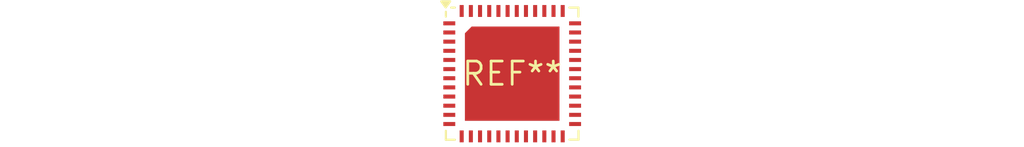
<source format=kicad_pcb>
(kicad_pcb (version 20240108) (generator pcbnew)
  (layers (0 "F.Cu" signal) (31 "B.Cu" signal) (34 "B.Paste" user) (35 "F.Paste" user) (36 "B.SilkS" user "B.Silkscreen") (37 "F.SilkS" user "F.Silkscreen") (38 "B.Mask" user) (39 "F.Mask" user) (44 "Edge.Cuts" user))
  (net 0 "")
  (footprint "Infineon_MLPQ-48-1EP_7x7mm_P0.5mm_EP5.15x5.15mm" (layer "F.Cu") (at 0 0)
    (property "Reference" "REF**")
    (property "Value" "Infineon_MLPQ-48-1EP_7x7mm_P0.5mm_EP5.15x5.15mm")
    (fp_line (start -3.61 -3.38) (end -3.61 -3.12) (layer "F.SilkS") (stroke (width 0.12)))
    (fp_line (start -3.61 3.61) (end -3.61 3.12) (layer "F.SilkS") (stroke (width 0.12)))
    (fp_line (start -3.12 -3.61) (end -3.32 -3.61) (layer "F.SilkS") (stroke (width 0.12)))
    (fp_line (start -3.12 3.61) (end -3.61 3.61) (layer "F.SilkS") (stroke (width 0.12)))
    (fp_line (start 3.115 -3.61) (end 3.605 -3.61) (layer "F.SilkS") (stroke (width 0.12)))
    (fp_line (start 3.12 3.605) (end 3.61 3.605) (layer "F.SilkS") (stroke (width 0.12)))
    (fp_line (start 3.605 -3.12) (end 3.605 -3.61) (layer "F.SilkS") (stroke (width 0.12)))
    (fp_line (start 3.61 3.605) (end 3.61 3.12) (layer "F.SilkS") (stroke (width 0.12)))
    (fp_poly (pts (xy -3.62 -3.62) (xy -3.86 -3.95) (xy -3.38 -3.95) (xy -3.62 -3.62)) (layer "F.SilkS") (stroke (width 0.12)) (fill solid))
    (pad "1" smd rect (at -3.425 -2.75) (size 0.65 0.22) (layers "F.Cu" "F.Mask"))
    (pad "2" smd rect (at -3.425 -2.25) (size 0.65 0.22) (layers "F.Cu" "F.Mask"))
    (pad "3" smd rect (at -3.425 -1.75) (size 0.65 0.22) (layers "F.Cu" "F.Mask"))
    (pad "4" smd rect (at -3.425 -1.25) (size 0.65 0.22) (layers "F.Cu" "F.Mask"))
    (pad "5" smd rect (at -3.425 -0.75) (size 0.65 0.22) (layers "F.Cu" "F.Mask"))
    (pad "6" smd rect (at -3.425 -0.25) (size 0.65 0.22) (layers "F.Cu" "F.Mask"))
    (pad "7" smd rect (at -3.425 0.25) (size 0.65 0.22) (layers "F.Cu" "F.Mask"))
    (pad "8" smd rect (at -3.425 0.75) (size 0.65 0.22) (layers "F.Cu" "F.Mask"))
    (pad "9" smd rect (at -3.425 1.25) (size 0.65 0.22) (layers "F.Cu" "F.Mask"))
    (pad "10" smd rect (at -3.425 1.75) (size 0.65 0.22) (layers "F.Cu" "F.Mask"))
    (pad "11" smd rect (at -3.425 2.25) (size 0.65 0.22) (layers "F.Cu" "F.Mask"))
    (pad "12" smd rect (at -3.425 2.75) (size 0.65 0.22) (layers "F.Cu" "F.Mask"))
    (pad "13" smd rect (at -2.75 3.425) (size 0.22 0.65) (layers "F.Cu" "F.Mask"))
    (pad "14" smd rect (at -2.25 3.425) (size 0.22 0.65) (layers "F.Cu" "F.Mask"))
    (pad "15" smd rect (at -1.75 3.425) (size 0.22 0.65) (layers "F.Cu" "F.Mask"))
    (pad "16" smd rect (at -1.25 3.425) (size 0.22 0.65) (layers "F.Cu" "F.Mask"))
    (pad "17" smd rect (at -0.75 3.425) (size 0.22 0.65) (layers "F.Cu" "F.Mask"))
    (pad "18" smd rect (at -0.25 3.425) (size 0.22 0.65) (layers "F.Cu" "F.Mask"))
    (pad "19" smd rect (at 0.25 3.425) (size 0.22 0.65) (layers "F.Cu" "F.Mask"))
    (pad "20" smd rect (at 0.75 3.425) (size 0.22 0.65) (layers "F.Cu" "F.Mask"))
    (pad "21" smd rect (at 1.25 3.425) (size 0.22 0.65) (layers "F.Cu" "F.Mask"))
    (pad "22" smd rect (at 1.75 3.425) (size 0.22 0.65) (layers "F.Cu" "F.Mask"))
    (pad "23" smd rect (at 2.25 3.425) (size 0.22 0.65) (layers "F.Cu" "F.Mask"))
    (pad "24" smd rect (at 2.75 3.425) (size 0.22 0.65) (layers "F.Cu" "F.Mask"))
    (pad "25" smd rect (at 3.425 2.75) (size 0.65 0.22) (layers "F.Cu" "F.Mask"))
    (pad "26" smd rect (at 3.425 2.25) (size 0.65 0.22) (layers "F.Cu" "F.Mask"))
    (pad "27" smd rect (at 3.425 1.75) (size 0.65 0.22) (layers "F.Cu" "F.Mask"))
    (pad "28" smd rect (at 3.425 1.25) (size 0.65 0.22) (layers "F.Cu" "F.Mask"))
    (pad "29" smd rect (at 3.425 0.75) (size 0.65 0.22) (layers "F.Cu" "F.Mask"))
    (pad "30" smd rect (at 3.425 0.25) (size 0.65 0.22) (layers "F.Cu" "F.Mask"))
    (pad "31" smd rect (at 3.425 -0.25) (size 0.65 0.22) (layers "F.Cu" "F.Mask"))
    (pad "32" smd rect (at 3.425 -0.75) (size 0.65 0.22) (layers "F.Cu" "F.Mask"))
    (pad "33" smd rect (at 3.425 -1.25) (size 0.65 0.22) (layers "F.Cu" "F.Mask"))
    (pad "34" smd rect (at 3.425 -1.75) (size 0.65 0.22) (layers "F.Cu" "F.Mask"))
    (pad "35" smd rect (at 3.425 -2.25) (size 0.65 0.22) (layers "F.Cu" "F.Mask"))
    (pad "36" smd rect (at 3.425 -2.75) (size 0.65 0.22) (layers "F.Cu" "F.Mask"))
    (pad "37" smd rect (at 2.75 -3.425) (size 0.22 0.65) (layers "F.Cu" "F.Mask"))
    (pad "38" smd rect (at 2.25 -3.425) (size 0.22 0.65) (layers "F.Cu" "F.Mask"))
    (pad "39" smd rect (at 1.75 -3.425) (size 0.22 0.65) (layers "F.Cu" "F.Mask"))
    (pad "40" smd rect (at 1.25 -3.425) (size 0.22 0.65) (layers "F.Cu" "F.Mask"))
    (pad "41" smd rect (at 0.75 -3.425) (size 0.22 0.65) (layers "F.Cu" "F.Mask"))
    (pad "42" smd rect (at 0.25 -3.425) (size 0.22 0.65) (layers "F.Cu" "F.Mask"))
    (pad "43" smd rect (at -0.25 -3.425) (size 0.22 0.65) (layers "F.Cu" "F.Mask"))
    (pad "44" smd rect (at -0.75 -3.425) (size 0.22 0.65) (layers "F.Cu" "F.Mask"))
    (pad "45" smd rect (at -1.25 -3.425) (size 0.22 0.65) (layers "F.Cu" "F.Mask"))
    (pad "46" smd rect (at -1.75 -3.425) (size 0.22 0.65) (layers "F.Cu" "F.Mask"))
    (pad "47" smd rect (at -2.25 -3.425) (size 0.22 0.65) (layers "F.Cu" "F.Mask"))
    (pad "48" smd rect (at -2.75 -3.425) (size 0.22 0.65) (layers "F.Cu" "F.Mask"))
    (pad "49" smd custom (at 0 0) (size 4 4) (layers "F.Cu" "F.Mask") (options (clearance outline) (anchor rect)) (primitives (gr_poly (pts (xy -2.5748 -2.207) (xy -2.2072 -2.575) (xy 2.575 -2.575) (xy 2.575 2.575) (xy -2.5748 2.575)) (width 0) (fill yes))))
  )
)
</source>
